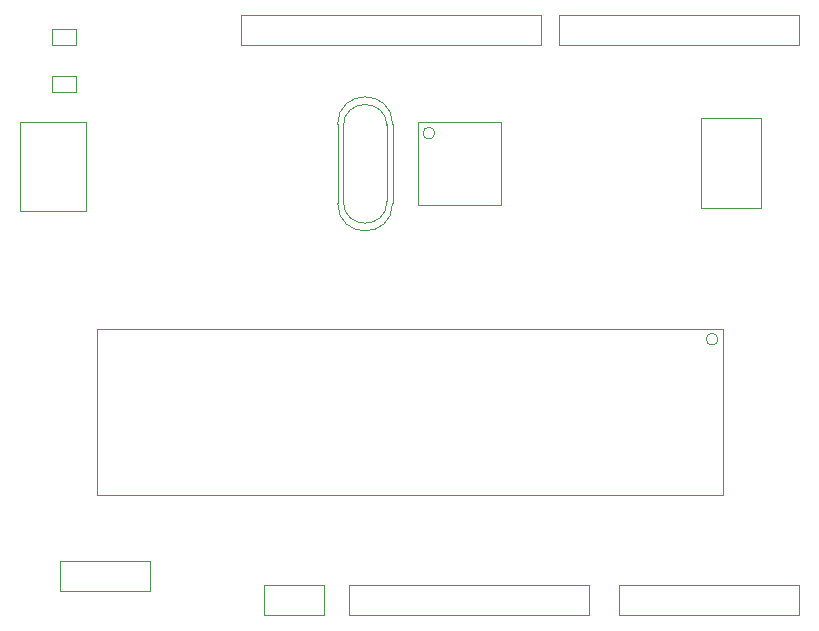
<source format=gbr>
%TF.GenerationSoftware,Altium Limited,Altium Designer,20.2.6 (244)*%
G04 Layer_Color=16711935*
%FSLAX26Y26*%
%MOIN*%
%TF.SameCoordinates,5A7C1849-F1A5-4743-A48D-7E663CB7BB3B*%
%TF.FilePolarity,Positive*%
%TF.FileFunction,Other,Mechanical_13*%
%TF.Part,Single*%
G01*
G75*
%TA.AperFunction,NonConductor*%
%ADD54C,0.003937*%
D54*
X2278543Y970472D02*
G03*
X2278543Y970472I-19685J0D01*
G01*
X1334646Y1657480D02*
G03*
X1334646Y1657480I-19685J0D01*
G01*
X1010827Y1423228D02*
G03*
X1193898Y1423228I91535J0D01*
G01*
X1175197Y1680118D02*
G03*
X1029528Y1680118I-72835J0D01*
G01*
Y1430118D02*
G03*
X1175197Y1430118I72835J0D01*
G01*
X1193898Y1687008D02*
G03*
X1010827Y1687008I-91535J0D01*
G01*
X766142Y50000D02*
Y150000D01*
Y50000D02*
X966142D01*
Y150000D01*
X766142D02*
X966142D01*
X209646Y1005906D02*
X2294291D01*
X209646Y450787D02*
X2294291D01*
Y1005906D01*
X209646Y450787D02*
Y1005906D01*
X1279528Y1417323D02*
X1555118D01*
X1279528Y1692913D02*
X1555118D01*
Y1417323D02*
Y1692913D01*
X1279528Y1417323D02*
Y1692913D01*
X690000Y2050000D02*
X1690000D01*
Y1950000D02*
Y2050000D01*
X690000Y1950000D02*
Y2050000D01*
Y1950000D02*
X1690000D01*
X1750000Y2050000D02*
X2550000D01*
X1750000Y1950000D02*
X2550000D01*
Y2050000D01*
X1750000Y1950000D02*
Y2050000D01*
X1950000Y150000D02*
X2550000D01*
X1950000Y50000D02*
X2550000D01*
Y150000D01*
X1950000Y50000D02*
Y150000D01*
X1050000Y50000D02*
Y150000D01*
X1850000Y50000D02*
Y150000D01*
X1050000Y50000D02*
X1850000D01*
X1050000Y150000D02*
X1850000D01*
X1175197Y1430118D02*
Y1688976D01*
X1029528Y1430119D02*
Y1688976D01*
X1193898Y1423228D02*
Y1687008D01*
X1010827Y1423229D02*
Y1687008D01*
X85000Y130000D02*
X385000D01*
X85000Y230000D02*
X385000D01*
Y130000D02*
Y230000D01*
X85000Y130000D02*
Y230000D01*
X-47638Y1397638D02*
Y1692913D01*
X172835Y1397638D02*
Y1692913D01*
X-47638D02*
X172835D01*
X-47638Y1397638D02*
X172835D01*
X2222835Y1407480D02*
Y1707480D01*
X2422835D01*
Y1407480D02*
Y1707480D01*
X2222835Y1407480D02*
X2422835D01*
X57087Y1847441D02*
X139764D01*
X57087Y1794291D02*
X139764D01*
X57087D02*
Y1847441D01*
X139764Y1794291D02*
Y1847441D01*
X57087Y2004921D02*
X139764D01*
X57087Y1951772D02*
X139764D01*
X57087D02*
Y2004921D01*
X139764Y1951772D02*
Y2004921D01*
%TF.MD5,a252bca8982acf75342292b0ae6329ae*%
M02*

</source>
